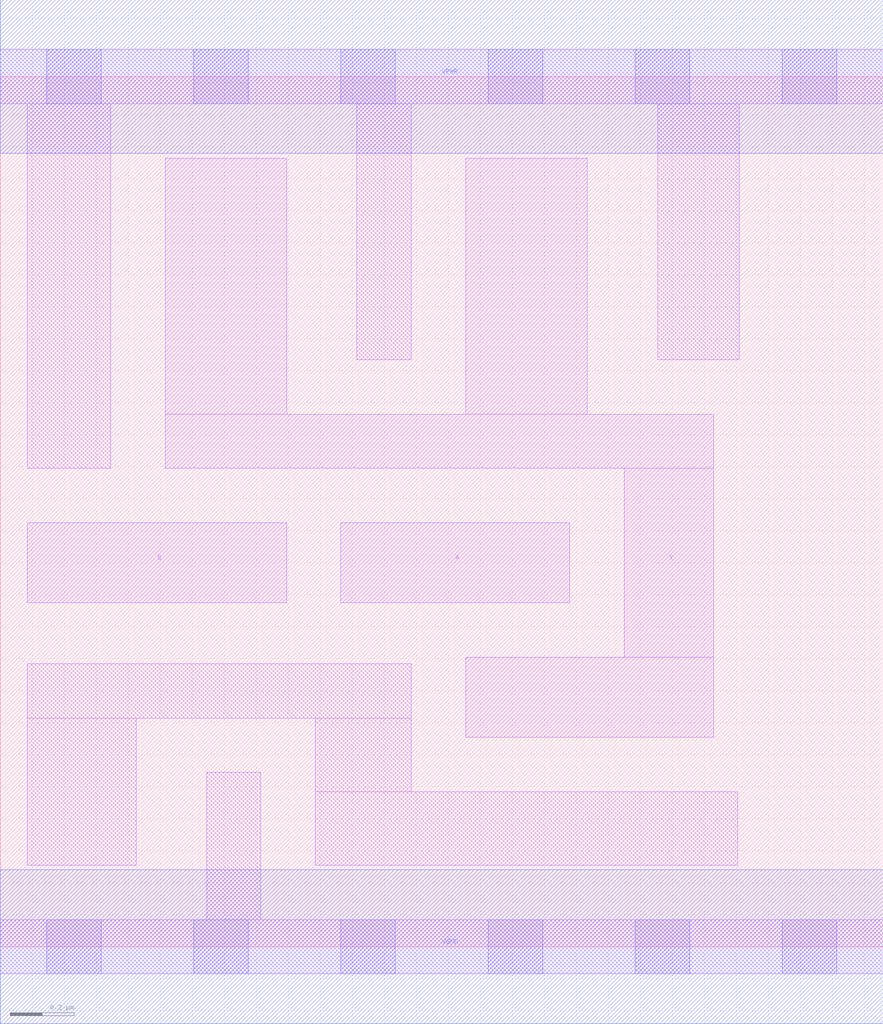
<source format=lef>
# Copyright 2020 The SkyWater PDK Authors
#
# Licensed under the Apache License, Version 2.0 (the "License");
# you may not use this file except in compliance with the License.
# You may obtain a copy of the License at
#
#     https://www.apache.org/licenses/LICENSE-2.0
#
# Unless required by applicable law or agreed to in writing, software
# distributed under the License is distributed on an "AS IS" BASIS,
# WITHOUT WARRANTIES OR CONDITIONS OF ANY KIND, either express or implied.
# See the License for the specific language governing permissions and
# limitations under the License.
#
# SPDX-License-Identifier: Apache-2.0

VERSION 5.7 ;
  NAMESCASESENSITIVE ON ;
  NOWIREEXTENSIONATPIN ON ;
  DIVIDERCHAR "/" ;
  BUSBITCHARS "[]" ;
UNITS
  DATABASE MICRONS 200 ;
END UNITS
PROPERTYDEFINITIONS
  MACRO maskLayoutSubType STRING ;
  MACRO prCellType STRING ;
  MACRO originalViewName STRING ;
END PROPERTYDEFINITIONS
MACRO sky130_fd_sc_hdll__nand2_2
  CLASS CORE ;
  FOREIGN sky130_fd_sc_hdll__nand2_2 ;
  ORIGIN  0.000000  0.000000 ;
  SIZE  2.760000 BY  2.720000 ;
  SYMMETRY X Y R90 ;
  SITE unithd ;
  PIN A
    ANTENNAGATEAREA  0.555000 ;
    DIRECTION INPUT ;
    USE SIGNAL ;
    PORT
      LAYER li1 ;
        RECT 1.065000 1.075000 1.780000 1.325000 ;
    END
  END A
  PIN B
    ANTENNAGATEAREA  0.555000 ;
    DIRECTION INPUT ;
    USE SIGNAL ;
    PORT
      LAYER li1 ;
        RECT 0.085000 1.075000 0.895000 1.325000 ;
    END
  END B
  PIN Y
    ANTENNADIFFAREA  0.820500 ;
    DIRECTION OUTPUT ;
    USE SIGNAL ;
    PORT
      LAYER li1 ;
        RECT 0.515000 1.495000 2.230000 1.665000 ;
        RECT 0.515000 1.665000 0.895000 2.465000 ;
        RECT 1.455000 0.655000 2.230000 0.905000 ;
        RECT 1.455000 1.665000 1.835000 2.465000 ;
        RECT 1.950000 0.905000 2.230000 1.495000 ;
    END
  END Y
  PIN VGND
    DIRECTION INOUT ;
    USE GROUND ;
    PORT
      LAYER met1 ;
        RECT 0.000000 -0.240000 2.760000 0.240000 ;
    END
  END VGND
  PIN VPWR
    DIRECTION INOUT ;
    USE POWER ;
    PORT
      LAYER met1 ;
        RECT 0.000000 2.480000 2.760000 2.960000 ;
    END
  END VPWR
  OBS
    LAYER li1 ;
      RECT 0.000000 -0.085000 2.760000 0.085000 ;
      RECT 0.000000  2.635000 2.760000 2.805000 ;
      RECT 0.085000  0.255000 0.425000 0.715000 ;
      RECT 0.085000  0.715000 1.285000 0.885000 ;
      RECT 0.085000  1.495000 0.345000 2.635000 ;
      RECT 0.645000  0.085000 0.815000 0.545000 ;
      RECT 0.985000  0.255000 2.305000 0.485000 ;
      RECT 0.985000  0.485000 1.285000 0.715000 ;
      RECT 1.115000  1.835000 1.285000 2.635000 ;
      RECT 2.055000  1.835000 2.310000 2.635000 ;
    LAYER mcon ;
      RECT 0.145000 -0.085000 0.315000 0.085000 ;
      RECT 0.145000  2.635000 0.315000 2.805000 ;
      RECT 0.605000 -0.085000 0.775000 0.085000 ;
      RECT 0.605000  2.635000 0.775000 2.805000 ;
      RECT 1.065000 -0.085000 1.235000 0.085000 ;
      RECT 1.065000  2.635000 1.235000 2.805000 ;
      RECT 1.525000 -0.085000 1.695000 0.085000 ;
      RECT 1.525000  2.635000 1.695000 2.805000 ;
      RECT 1.985000 -0.085000 2.155000 0.085000 ;
      RECT 1.985000  2.635000 2.155000 2.805000 ;
      RECT 2.445000 -0.085000 2.615000 0.085000 ;
      RECT 2.445000  2.635000 2.615000 2.805000 ;
  END
  PROPERTY maskLayoutSubType "abstract" ;
  PROPERTY prCellType "standard" ;
  PROPERTY originalViewName "layout" ;
END sky130_fd_sc_hdll__nand2_2

</source>
